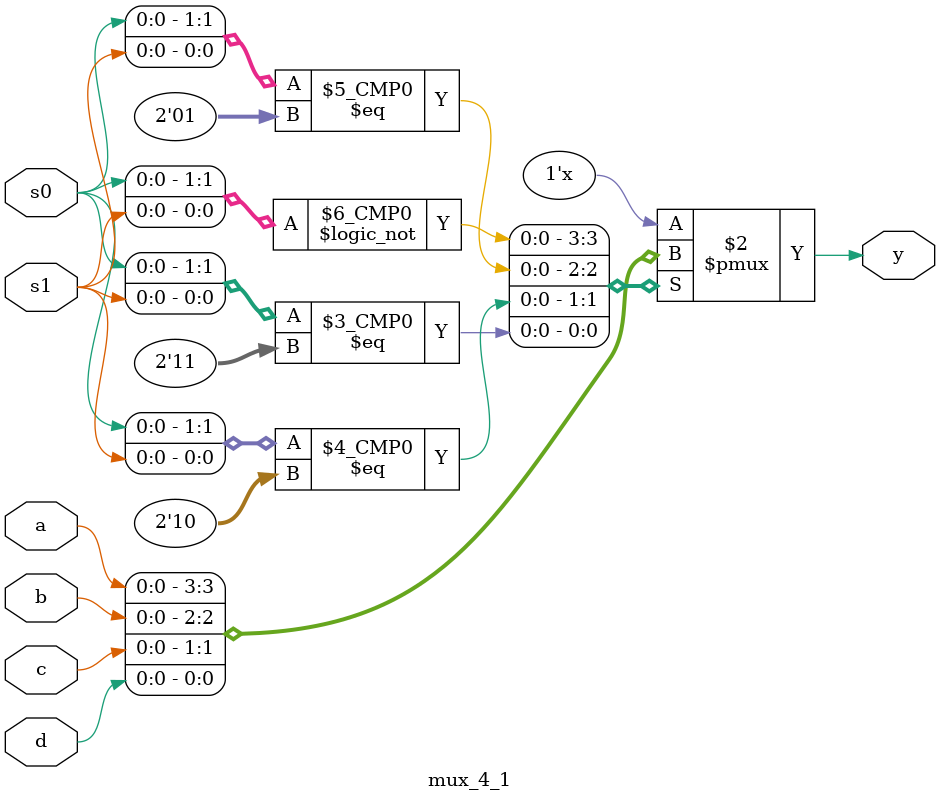
<source format=v>
module mux_4_1(a,b,c,d,s0,s1,y);
input wire a,b,c,d;
input wire s0,s1;
output reg y;
always@(*)
begin
case({s0,s1})
2'b00:y =a;
2'b01:y =b;
2'b10:y =c;
2'b11:y =d;
endcase
end
endmodule

</source>
